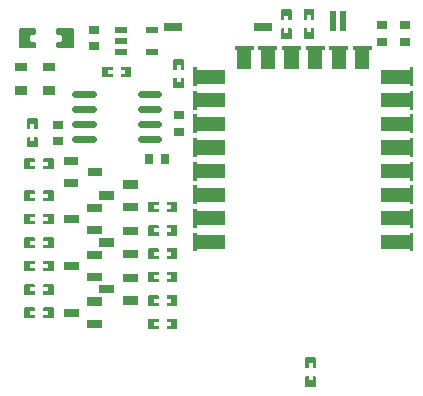
<source format=gtp>
G04 Layer: TopPasteMaskLayer*
G04 EasyEDA v6.5.1, 2022-03-27 00:01:15*
G04 cc65af8350e74c879d8fba7fd4beee03,7d3f4a13764643a7838717c5c1d40531,10*
G04 Gerber Generator version 0.2*
G04 Scale: 100 percent, Rotated: No, Reflected: No *
G04 Dimensions in inches *
G04 leading zeros omitted , absolute positions ,3 integer and 6 decimal *
%FSLAX36Y36*%
%MOIN*%

%ADD17C,0.0232*%
%ADD20R,0.0197X0.0709*%
%ADD21R,0.0492X0.0276*%
%ADD24R,0.0354X0.0315*%
%ADD25R,0.0394X0.0236*%
%ADD26R,0.0600X0.0300*%
%ADD29R,0.0315X0.0354*%
%ADD30R,0.0394X0.0295*%

%LPD*%
G36*
X1271760Y98920D02*
G01*
X1269780Y96940D01*
X1269780Y65460D01*
X1271760Y63480D01*
X1303240Y63480D01*
X1305220Y65460D01*
X1305220Y96940D01*
X1303240Y98920D01*
X1294280Y98920D01*
X1294280Y84340D01*
X1281279Y84340D01*
X1281279Y98920D01*
G37*
G36*
X1271760Y161520D02*
G01*
X1269780Y159540D01*
X1269780Y128440D01*
X1271760Y126480D01*
X1281279Y126480D01*
X1281279Y141440D01*
X1294280Y141440D01*
X1294280Y126480D01*
X1303240Y126480D01*
X1305220Y128440D01*
X1305220Y159540D01*
X1303240Y161520D01*
G37*
G36*
X1616819Y576820D02*
G01*
X1616819Y568940D01*
X1522340Y568940D01*
X1522340Y521700D01*
X1616819Y521700D01*
X1616819Y513820D01*
X1628640Y513820D01*
X1628640Y576820D01*
G37*
G36*
X1034160Y1198020D02*
G01*
X1034160Y1186220D01*
X1042020Y1186220D01*
X1042020Y1121660D01*
X1089260Y1121660D01*
X1089260Y1186220D01*
X1097140Y1186220D01*
X1097140Y1198020D01*
G37*
G36*
X1616819Y655540D02*
G01*
X1616819Y647680D01*
X1522340Y647680D01*
X1522340Y600440D01*
X1616819Y600440D01*
X1616819Y592560D01*
X1628640Y592560D01*
X1628640Y655540D01*
G37*
G36*
X1616819Y734300D02*
G01*
X1616819Y726420D01*
X1522340Y726420D01*
X1522340Y679180D01*
X1616819Y679180D01*
X1616819Y671300D01*
X1628640Y671300D01*
X1628640Y734300D01*
G37*
G36*
X1616819Y813020D02*
G01*
X1616819Y805160D01*
X1522340Y805160D01*
X1522340Y757920D01*
X1616819Y757920D01*
X1616819Y750040D01*
X1628640Y750040D01*
X1628640Y813020D01*
G37*
G36*
X1616819Y891780D02*
G01*
X1616819Y883900D01*
X1522340Y883900D01*
X1522340Y836660D01*
X1616819Y836660D01*
X1616819Y828780D01*
X1628640Y828780D01*
X1628640Y891780D01*
G37*
G36*
X1616819Y970500D02*
G01*
X1616819Y962640D01*
X1522340Y962640D01*
X1522340Y915400D01*
X1616819Y915400D01*
X1616819Y907520D01*
X1628640Y907520D01*
X1628640Y970500D01*
G37*
G36*
X1616819Y1049260D02*
G01*
X1616819Y1041380D01*
X1522340Y1041380D01*
X1522340Y994140D01*
X1616819Y994140D01*
X1616819Y986260D01*
X1628640Y986260D01*
X1628640Y1049260D01*
G37*
G36*
X1616819Y1128000D02*
G01*
X1616819Y1120120D01*
X1522340Y1120120D01*
X1522340Y1072880D01*
X1616819Y1072880D01*
X1616819Y1065000D01*
X1628640Y1065000D01*
X1628640Y1128000D01*
G37*
G36*
X896360Y576720D02*
G01*
X896360Y513740D01*
X908160Y513740D01*
X908160Y521620D01*
X1002660Y521620D01*
X1002660Y568860D01*
X908160Y568860D01*
X908160Y576720D01*
G37*
G36*
X896360Y655480D02*
G01*
X896360Y592480D01*
X908160Y592480D01*
X908160Y600360D01*
X1002660Y600360D01*
X1002660Y647600D01*
X908160Y647600D01*
X908160Y655480D01*
G37*
G36*
X896360Y734200D02*
G01*
X896360Y671220D01*
X908160Y671220D01*
X908160Y679100D01*
X1002660Y679100D01*
X1002660Y726340D01*
X908160Y726340D01*
X908160Y734200D01*
G37*
G36*
X896360Y812960D02*
G01*
X896360Y749960D01*
X908160Y749960D01*
X908160Y757840D01*
X1002660Y757840D01*
X1002660Y805080D01*
X908160Y805080D01*
X908160Y812960D01*
G37*
G36*
X896360Y891680D02*
G01*
X896360Y828700D01*
X908160Y828700D01*
X908160Y836580D01*
X1002660Y836580D01*
X1002660Y883820D01*
X908160Y883820D01*
X908160Y891680D01*
G37*
G36*
X896360Y970440D02*
G01*
X896360Y907440D01*
X908160Y907440D01*
X908160Y915320D01*
X1002660Y915320D01*
X1002660Y962560D01*
X908160Y962560D01*
X908160Y970440D01*
G37*
G36*
X896360Y1049160D02*
G01*
X896360Y986180D01*
X908160Y986180D01*
X908160Y994060D01*
X1002660Y994060D01*
X1002660Y1041300D01*
X908160Y1041300D01*
X908160Y1049160D01*
G37*
G36*
X896360Y1127920D02*
G01*
X896360Y1064920D01*
X908160Y1064920D01*
X908160Y1072800D01*
X1002660Y1072800D01*
X1002660Y1120040D01*
X908160Y1120040D01*
X908160Y1127920D01*
G37*
G36*
X1112900Y1198000D02*
G01*
X1112900Y1186180D01*
X1120760Y1186180D01*
X1120760Y1121620D01*
X1168000Y1121620D01*
X1168000Y1186180D01*
X1175880Y1186180D01*
X1175880Y1198000D01*
G37*
G36*
X1191640Y1198000D02*
G01*
X1191640Y1186180D01*
X1199500Y1186180D01*
X1199500Y1121620D01*
X1246740Y1121620D01*
X1246740Y1186180D01*
X1254620Y1186180D01*
X1254620Y1198000D01*
G37*
G36*
X1270380Y1198000D02*
G01*
X1270380Y1186180D01*
X1278240Y1186180D01*
X1278240Y1121620D01*
X1325480Y1121620D01*
X1325480Y1186180D01*
X1333360Y1186180D01*
X1333360Y1198000D01*
G37*
G36*
X1349120Y1197980D02*
G01*
X1349120Y1186160D01*
X1356980Y1186160D01*
X1356980Y1121600D01*
X1404220Y1121600D01*
X1404220Y1186160D01*
X1412100Y1186160D01*
X1412100Y1197980D01*
G37*
G36*
X1427860Y1198040D02*
G01*
X1427860Y1186220D01*
X1435720Y1186220D01*
X1435720Y1121660D01*
X1482960Y1121660D01*
X1482960Y1186220D01*
X1490840Y1186220D01*
X1490840Y1198040D01*
G37*
G36*
X1265500Y1258300D02*
G01*
X1263540Y1256320D01*
X1263540Y1224820D01*
X1265500Y1222860D01*
X1297000Y1222860D01*
X1298959Y1224820D01*
X1298959Y1256320D01*
X1297000Y1258300D01*
X1288020Y1258300D01*
X1288020Y1243720D01*
X1275020Y1243720D01*
X1275020Y1258300D01*
G37*
G36*
X1265500Y1320880D02*
G01*
X1263540Y1318920D01*
X1263540Y1287820D01*
X1265500Y1285860D01*
X1275020Y1285860D01*
X1275020Y1300820D01*
X1288020Y1300820D01*
X1288020Y1285860D01*
X1297000Y1285860D01*
X1298959Y1287820D01*
X1298959Y1318920D01*
X1297000Y1320880D01*
G37*
G36*
X1190500Y1320900D02*
G01*
X1188540Y1318920D01*
X1188540Y1287420D01*
X1190500Y1285460D01*
X1199480Y1285460D01*
X1199480Y1300020D01*
X1212480Y1300020D01*
X1212480Y1285460D01*
X1222000Y1285460D01*
X1223960Y1287420D01*
X1223960Y1318920D01*
X1222000Y1320900D01*
G37*
G36*
X1190500Y1257900D02*
G01*
X1188540Y1255940D01*
X1188540Y1224820D01*
X1190500Y1222860D01*
X1222000Y1222860D01*
X1223960Y1224820D01*
X1223960Y1255940D01*
X1222000Y1257900D01*
X1212480Y1257900D01*
X1212480Y1242940D01*
X1199480Y1242940D01*
X1199480Y1257900D01*
G37*
G36*
X831120Y1092660D02*
G01*
X829160Y1090700D01*
X829160Y1059200D01*
X831120Y1057240D01*
X862620Y1057240D01*
X864599Y1059200D01*
X864599Y1090700D01*
X862620Y1092660D01*
X853640Y1092660D01*
X853640Y1078100D01*
X840660Y1078100D01*
X840660Y1092660D01*
G37*
G36*
X831120Y1155260D02*
G01*
X829160Y1153300D01*
X829160Y1122200D01*
X831120Y1120220D01*
X840660Y1120220D01*
X840660Y1135180D01*
X853640Y1135180D01*
X853640Y1120220D01*
X862620Y1120220D01*
X864599Y1122200D01*
X864599Y1153300D01*
X862620Y1155260D01*
G37*
G36*
X593580Y1130220D02*
G01*
X591600Y1128240D01*
X591600Y1096760D01*
X593580Y1094780D01*
X625080Y1094780D01*
X627040Y1096760D01*
X627040Y1105720D01*
X612480Y1105720D01*
X612480Y1118720D01*
X627040Y1118720D01*
X627040Y1128240D01*
X625080Y1130220D01*
G37*
G36*
X656560Y1130220D02*
G01*
X654599Y1128240D01*
X654599Y1118720D01*
X669560Y1118720D01*
X669560Y1105720D01*
X654599Y1105720D01*
X654599Y1096760D01*
X656560Y1094780D01*
X687680Y1094780D01*
X689640Y1096760D01*
X689640Y1128240D01*
X687680Y1130220D01*
G37*
G36*
X443660Y1259020D02*
G01*
X439720Y1255080D01*
X439720Y1240500D01*
X443660Y1236560D01*
X455660Y1236560D01*
X459600Y1232620D01*
X459600Y1217380D01*
X455660Y1213440D01*
X443660Y1213440D01*
X439720Y1209500D01*
X439720Y1194920D01*
X443660Y1190980D01*
X494240Y1190980D01*
X498180Y1194920D01*
X498180Y1255080D01*
X494240Y1259020D01*
G37*
G36*
X318260Y1259020D02*
G01*
X314320Y1255080D01*
X314320Y1194920D01*
X318260Y1190980D01*
X368840Y1190980D01*
X372780Y1194920D01*
X372780Y1209500D01*
X368840Y1213440D01*
X356840Y1213440D01*
X352900Y1217380D01*
X352900Y1232620D01*
X356840Y1236560D01*
X368840Y1236560D01*
X372780Y1240500D01*
X372780Y1255080D01*
X368840Y1259020D01*
G37*
G36*
X334200Y327100D02*
G01*
X332239Y325120D01*
X332239Y293620D01*
X334200Y291660D01*
X365700Y291660D01*
X367660Y293620D01*
X367660Y302600D01*
X353100Y302600D01*
X353100Y315600D01*
X367660Y315600D01*
X367660Y325120D01*
X365700Y327100D01*
G37*
G36*
X397200Y327100D02*
G01*
X395220Y325120D01*
X395220Y315600D01*
X410180Y315600D01*
X410180Y302600D01*
X395220Y302600D01*
X395220Y293620D01*
X397200Y291660D01*
X428300Y291660D01*
X430260Y293620D01*
X430260Y325120D01*
X428300Y327100D01*
G37*
G36*
X334200Y405220D02*
G01*
X332239Y403240D01*
X332239Y371760D01*
X334200Y369780D01*
X365700Y369780D01*
X367660Y371760D01*
X367660Y380720D01*
X353100Y380720D01*
X353100Y393720D01*
X367660Y393720D01*
X367660Y403240D01*
X365700Y405220D01*
G37*
G36*
X397200Y405220D02*
G01*
X395220Y403240D01*
X395220Y393720D01*
X410180Y393720D01*
X410180Y380720D01*
X395220Y380720D01*
X395220Y371760D01*
X397200Y369780D01*
X428300Y369780D01*
X430260Y371760D01*
X430260Y403240D01*
X428300Y405220D01*
G37*
G36*
X334200Y483340D02*
G01*
X332239Y481380D01*
X332239Y449880D01*
X334200Y447900D01*
X365700Y447900D01*
X367660Y449880D01*
X367660Y458860D01*
X353100Y458860D01*
X353100Y471840D01*
X367660Y471840D01*
X367660Y481380D01*
X365700Y483340D01*
G37*
G36*
X397200Y483340D02*
G01*
X395220Y481380D01*
X395220Y471840D01*
X410180Y471840D01*
X410180Y458860D01*
X395220Y458860D01*
X395220Y449880D01*
X397200Y447900D01*
X428300Y447900D01*
X430260Y449880D01*
X430260Y481380D01*
X428300Y483340D01*
G37*
G36*
X334200Y561460D02*
G01*
X332239Y559500D01*
X332239Y528000D01*
X334200Y526040D01*
X365700Y526040D01*
X367660Y528000D01*
X367660Y536980D01*
X353100Y536980D01*
X353100Y549960D01*
X367660Y549960D01*
X367660Y559500D01*
X365700Y561460D01*
G37*
G36*
X397200Y561460D02*
G01*
X395220Y559500D01*
X395220Y549960D01*
X410180Y549960D01*
X410180Y536980D01*
X395220Y536980D01*
X395220Y528000D01*
X397200Y526040D01*
X428300Y526040D01*
X430260Y528000D01*
X430260Y559500D01*
X428300Y561460D01*
G37*
G36*
X334200Y639600D02*
G01*
X332239Y637620D01*
X332239Y606120D01*
X334200Y604160D01*
X365700Y604160D01*
X367660Y606120D01*
X367660Y615100D01*
X353100Y615100D01*
X353100Y628100D01*
X367660Y628100D01*
X367660Y637620D01*
X365700Y639600D01*
G37*
G36*
X397200Y639600D02*
G01*
X395220Y637620D01*
X395220Y628100D01*
X410180Y628100D01*
X410180Y615100D01*
X395220Y615100D01*
X395220Y606120D01*
X397200Y604160D01*
X428300Y604160D01*
X430260Y606120D01*
X430260Y637620D01*
X428300Y639600D01*
G37*
G36*
X334200Y717720D02*
G01*
X332239Y715740D01*
X332239Y684260D01*
X334200Y682280D01*
X365700Y682280D01*
X367660Y684260D01*
X367660Y693220D01*
X353100Y693220D01*
X353100Y706220D01*
X367660Y706220D01*
X367660Y715740D01*
X365700Y717720D01*
G37*
G36*
X397200Y717720D02*
G01*
X395220Y715740D01*
X395220Y706220D01*
X410180Y706220D01*
X410180Y693220D01*
X395220Y693220D01*
X395220Y684260D01*
X397200Y682280D01*
X428300Y682280D01*
X430260Y684260D01*
X430260Y715740D01*
X428300Y717720D01*
G37*
G36*
X746700Y289600D02*
G01*
X744740Y287620D01*
X744740Y256119D01*
X746700Y254160D01*
X778199Y254160D01*
X780160Y256119D01*
X780160Y265100D01*
X765600Y265100D01*
X765600Y278100D01*
X780160Y278100D01*
X780160Y287620D01*
X778199Y289600D01*
G37*
G36*
X809700Y289600D02*
G01*
X807720Y287620D01*
X807720Y278100D01*
X822680Y278100D01*
X822680Y265100D01*
X807720Y265100D01*
X807720Y256119D01*
X809700Y254160D01*
X840800Y254160D01*
X842760Y256119D01*
X842760Y287620D01*
X840800Y289600D01*
G37*
G36*
X746700Y367720D02*
G01*
X744740Y365740D01*
X744740Y334260D01*
X746700Y332280D01*
X778199Y332280D01*
X780160Y334260D01*
X780160Y343220D01*
X765600Y343220D01*
X765600Y356220D01*
X780160Y356220D01*
X780160Y365740D01*
X778199Y367720D01*
G37*
G36*
X809700Y367720D02*
G01*
X807720Y365740D01*
X807720Y356220D01*
X822680Y356220D01*
X822680Y343220D01*
X807720Y343220D01*
X807720Y334260D01*
X809700Y332280D01*
X840800Y332280D01*
X842760Y334260D01*
X842760Y365740D01*
X840800Y367720D01*
G37*
G36*
X746700Y445840D02*
G01*
X744740Y443880D01*
X744740Y412380D01*
X746700Y410400D01*
X778199Y410400D01*
X780160Y412380D01*
X780160Y421360D01*
X765600Y421360D01*
X765600Y434340D01*
X780160Y434340D01*
X780160Y443880D01*
X778199Y445840D01*
G37*
G36*
X809700Y445840D02*
G01*
X807720Y443880D01*
X807720Y434340D01*
X822680Y434340D01*
X822680Y421360D01*
X807720Y421360D01*
X807720Y412380D01*
X809700Y410400D01*
X840800Y410400D01*
X842760Y412380D01*
X842760Y443880D01*
X840800Y445840D01*
G37*
G36*
X746700Y523960D02*
G01*
X744740Y522000D01*
X744740Y490500D01*
X746700Y488540D01*
X778199Y488540D01*
X780160Y490500D01*
X780160Y499480D01*
X765600Y499480D01*
X765600Y512460D01*
X780160Y512460D01*
X780160Y522000D01*
X778199Y523960D01*
G37*
G36*
X809700Y523960D02*
G01*
X807720Y522000D01*
X807720Y512460D01*
X822680Y512460D01*
X822680Y499480D01*
X807720Y499480D01*
X807720Y490500D01*
X809700Y488540D01*
X840800Y488540D01*
X842760Y490500D01*
X842760Y522000D01*
X840800Y523960D01*
G37*
G36*
X746700Y602100D02*
G01*
X744740Y600120D01*
X744740Y568620D01*
X746700Y566660D01*
X778199Y566660D01*
X780160Y568620D01*
X780160Y577600D01*
X765600Y577600D01*
X765600Y590600D01*
X780160Y590600D01*
X780160Y600120D01*
X778199Y602100D01*
G37*
G36*
X809700Y602100D02*
G01*
X807720Y600120D01*
X807720Y590600D01*
X822680Y590600D01*
X822680Y577600D01*
X807720Y577600D01*
X807720Y568620D01*
X809700Y566660D01*
X840800Y566660D01*
X842760Y568620D01*
X842760Y600120D01*
X840800Y602100D01*
G37*
G36*
X746700Y680220D02*
G01*
X744740Y678240D01*
X744740Y646760D01*
X746700Y644780D01*
X778199Y644780D01*
X780160Y646760D01*
X780160Y655720D01*
X765600Y655720D01*
X765600Y668720D01*
X780160Y668720D01*
X780160Y678240D01*
X778199Y680220D01*
G37*
G36*
X809700Y680220D02*
G01*
X807720Y678240D01*
X807720Y668720D01*
X822680Y668720D01*
X822680Y655720D01*
X807720Y655720D01*
X807720Y646760D01*
X809700Y644780D01*
X840800Y644780D01*
X842760Y646760D01*
X842760Y678240D01*
X840800Y680220D01*
G37*
G36*
X334200Y823960D02*
G01*
X332239Y822000D01*
X332239Y790500D01*
X334200Y788540D01*
X365700Y788540D01*
X367660Y790500D01*
X367660Y799479D01*
X353100Y799479D01*
X353100Y812460D01*
X367660Y812460D01*
X367660Y822000D01*
X365700Y823960D01*
G37*
G36*
X397200Y823960D02*
G01*
X395220Y822000D01*
X395220Y812460D01*
X410180Y812460D01*
X410180Y799479D01*
X395220Y799479D01*
X395220Y790500D01*
X397200Y788540D01*
X428300Y788540D01*
X430260Y790500D01*
X430260Y822000D01*
X428300Y823960D01*
G37*
G36*
X343620Y958379D02*
G01*
X341659Y956420D01*
X341659Y924920D01*
X343620Y922960D01*
X352600Y922960D01*
X352600Y937520D01*
X365600Y937520D01*
X365600Y922960D01*
X375120Y922960D01*
X377100Y924920D01*
X377100Y956420D01*
X375120Y958379D01*
G37*
G36*
X343620Y895400D02*
G01*
X341659Y893420D01*
X341659Y862320D01*
X343620Y860360D01*
X375120Y860360D01*
X377100Y862320D01*
X377100Y893420D01*
X375120Y895400D01*
X365600Y895400D01*
X365600Y880440D01*
X352600Y880440D01*
X352600Y895400D01*
G37*
D17*
X560160Y1037500D02*
G01*
X502799Y1037500D01*
X560160Y987500D02*
G01*
X502799Y987500D01*
X560160Y937500D02*
G01*
X502799Y937500D01*
X560160Y887500D02*
G01*
X502799Y887500D01*
X778460Y1037500D02*
G01*
X721098Y1037500D01*
X778460Y987500D02*
G01*
X721098Y987500D01*
X778460Y937500D02*
G01*
X721098Y937500D01*
X778460Y887500D02*
G01*
X721098Y887500D01*
D20*
G01*
X1393874Y1281250D03*
G01*
X1362375Y1281250D03*
D21*
G01*
X488730Y815500D03*
G01*
X488730Y740700D03*
G01*
X567469Y778099D03*
G36*
X542863Y285779D02*
G01*
X592076Y285779D01*
X592076Y258220D01*
X542863Y258220D01*
G37*
G36*
X542863Y360578D02*
G01*
X592076Y360578D01*
X592076Y333020D01*
X542863Y333020D01*
G37*
G36*
X464123Y323179D02*
G01*
X513335Y323179D01*
X513335Y295619D01*
X464123Y295619D01*
G37*
G36*
X661664Y363879D02*
G01*
X710876Y363879D01*
X710876Y336320D01*
X661664Y336320D01*
G37*
G36*
X661664Y438679D02*
G01*
X710876Y438679D01*
X710876Y411120D01*
X661664Y411120D01*
G37*
G36*
X582923Y401278D02*
G01*
X632136Y401278D01*
X632136Y373720D01*
X582923Y373720D01*
G37*
G36*
X542863Y441979D02*
G01*
X592076Y441979D01*
X592076Y414420D01*
X542863Y414420D01*
G37*
G36*
X542863Y516779D02*
G01*
X592076Y516779D01*
X592076Y489220D01*
X542863Y489220D01*
G37*
G36*
X464123Y479378D02*
G01*
X513335Y479378D01*
X513335Y451819D01*
X464123Y451819D01*
G37*
G36*
X661664Y520079D02*
G01*
X710876Y520079D01*
X710876Y492519D01*
X661664Y492519D01*
G37*
G36*
X661664Y594879D02*
G01*
X710876Y594879D01*
X710876Y567319D01*
X661664Y567319D01*
G37*
G36*
X582923Y557478D02*
G01*
X632136Y557478D01*
X632136Y529920D01*
X582923Y529920D01*
G37*
G36*
X542863Y598279D02*
G01*
X592076Y598279D01*
X592076Y570720D01*
X542863Y570720D01*
G37*
G36*
X542863Y673078D02*
G01*
X592076Y673078D01*
X592076Y645520D01*
X542863Y645520D01*
G37*
G36*
X464123Y635679D02*
G01*
X513335Y635679D01*
X513335Y608119D01*
X464123Y608119D01*
G37*
G36*
X661664Y676379D02*
G01*
X710876Y676379D01*
X710876Y648820D01*
X661664Y648820D01*
G37*
G36*
X661664Y751179D02*
G01*
X710876Y751179D01*
X710876Y723620D01*
X661664Y723620D01*
G37*
G36*
X582923Y713778D02*
G01*
X632136Y713778D01*
X632136Y686220D01*
X582923Y686220D01*
G37*
D24*
G01*
X1600005Y1213065D03*
G01*
X1600005Y1268184D03*
G01*
X1525005Y1213065D03*
G01*
X1525005Y1268184D03*
G01*
X565630Y1252559D03*
G01*
X565630Y1197440D03*
D25*
G01*
X757440Y1253020D03*
G01*
X757440Y1178220D03*
G01*
X655070Y1178220D03*
G01*
X655070Y1215619D03*
G01*
X655070Y1253020D03*
D26*
G01*
X1128130Y1262500D03*
G01*
X828130Y1262500D03*
D29*
G01*
X747440Y821869D03*
G01*
X802560Y821869D03*
D24*
G01*
X846880Y913069D03*
G01*
X846880Y968180D03*
G01*
X443750Y936930D03*
G01*
X443750Y881810D03*
G36*
X395228Y1064758D02*
G01*
X434598Y1064758D01*
X434598Y1035230D01*
X395228Y1035230D01*
G37*
G36*
X302903Y1064758D02*
G01*
X342274Y1064758D01*
X342274Y1035230D01*
X302903Y1035230D01*
G37*
D30*
G01*
X322590Y1128119D03*
G01*
X414909Y1128119D03*
M02*

</source>
